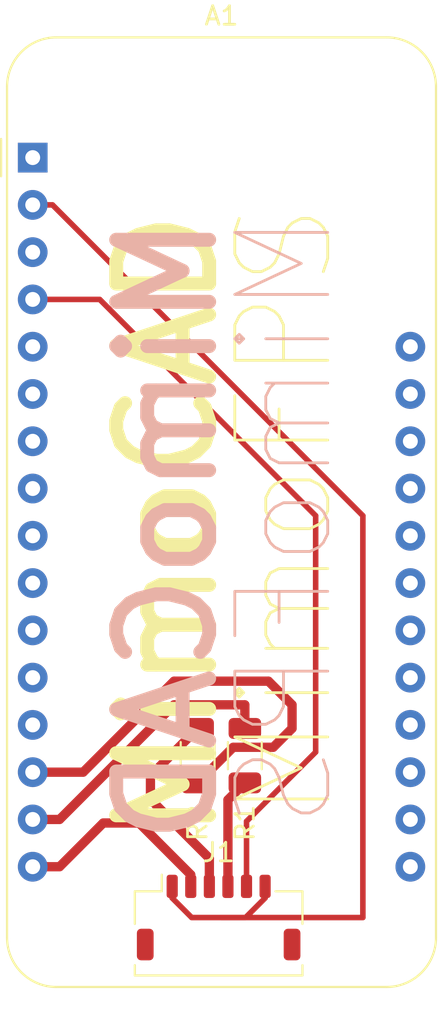
<source format=kicad_pcb>
(kicad_pcb (version 20221018) (generator pcbnew)
  (layers (0 "F.Cu" signal) (31 "B.Cu" signal) (34 "B.Paste" user) (35 "F.Paste" user) (36 "B.SilkS" user "B.Silkscreen") (37 "F.SilkS" user "F.Silkscreen") (38 "B.Mask" user) (39 "F.Mask" user) (44 "Edge.Cuts" user))
  (net 0 "")
  (net 2 "VCC")
  (net 4 "GND")
  (net 14 "Net-(A1-RX)")
  (net 15 "Net-(A1-TX)")
  (net 16 "Net-(A1-SPARE)")
  (net 29 "Net-(J1-TXD)")
  (net 30 "Net-(J1-RXD)")
  (footprint "Resistor_SMD:R_1206_3216Metric" (layer "F.Cu") (at 24.13 52.2625 -90)
    (fp_text reference "R2" (at 3.6175 0 90) (layer "F.SilkS"))
    (fp_text value "0R")
    (fp_line (start -0.727064 -0.91) (end 0.727064 -0.91) (stroke (width 0.12)) (layer "F.SilkS"))
    (fp_line (start -0.727064 0.91) (end 0.727064 0.91) (stroke (width 0.12)) (layer "F.SilkS"))
    (pad "1" smd roundrect (at -1.4625 0 270) (size 1.125 1.75) (layers "F.Cu" "F.Paste" "F.Mask") (roundrect_rratio 0.2222222222) (net 29 "Net-(J1-TXD)"))
    (pad "2" smd roundrect (at 1.4625 0 270) (size 1.125 1.75) (layers "F.Cu" "F.Paste" "F.Mask") (roundrect_rratio 0.2222222222) (net 14 "Net-(A1-RX)"))
  )
  (footprint "Resistor_SMD:R_1206_3216Metric" (layer "F.Cu") (at 26.67 52.2625 90)
    (fp_text reference "R1" (at -3.6175 0 90) (layer "F.SilkS"))
    (fp_text value "0R")
    (fp_line (start -0.727064 -0.91) (end 0.727064 -0.91) (stroke (width 0.12)) (layer "F.SilkS"))
    (fp_line (start -0.727064 0.91) (end 0.727064 0.91) (stroke (width 0.12)) (layer "F.SilkS"))
    (pad "1" smd roundrect (at -1.4625 0 90) (size 1.125 1.75) (layers "F.Cu" "F.Paste" "F.Mask") (roundrect_rratio 0.2222222222) (net 30 "Net-(J1-RXD)"))
    (pad "2" smd roundrect (at 1.4625 0 90) (size 1.125 1.75) (layers "F.Cu" "F.Paste" "F.Mask") (roundrect_rratio 0.2222222222) (net 15 "Net-(A1-TX)"))
  )
  (footprint "Connector_JST:JST_SHL_SM06B-SHLS-TF_1x06-1MP_P1.00mm_Horizontal" (layer "F.Cu") (at 25.26 60.96)
    (fp_text reference "J1" (at 0 -3.5) (layer "F.SilkS"))
    (fp_text value "MX1.0 6P")
    (fp_line (start -4.51 -1.41) (end -3.06 -1.41) (stroke (width 0.12)) (layer "F.SilkS"))
    (fp_line (start -4.51 0.34) (end -4.51 -1.41) (stroke (width 0.12)) (layer "F.SilkS"))
    (fp_line (start -4.51 2.56) (end -4.51 3.11) (stroke (width 0.12)) (layer "F.SilkS"))
    (fp_line (start -4.51 3.11) (end 4.51 3.11) (stroke (width 0.12)) (layer "F.SilkS"))
    (fp_line (start -3.06 -1.41) (end -3.06 -2.3) (stroke (width 0.12)) (layer "F.SilkS"))
    (fp_line (start 4.51 -1.41) (end 3.06 -1.41) (stroke (width 0.12)) (layer "F.SilkS"))
    (fp_line (start 4.51 0.34) (end 4.51 -1.41) (stroke (width 0.12)) (layer "F.SilkS"))
    (fp_line (start 4.51 3.11) (end 4.51 2.56) (stroke (width 0.12)) (layer "F.SilkS"))
    (pad "1" smd roundrect (at -2.5 -1.675) (size 0.6 1.25) (layers "F.Cu" "F.Paste" "F.Mask") (net 2 "VCC"))
    (pad "2" smd roundrect (at -1.5 -1.675) (size 0.6 1.25) (layers "F.Cu" "F.Paste" "F.Mask") (net 16 "Net-(A1-SPARE)"))
    (pad "3" smd roundrect (at -0.5 -1.675) (size 0.6 1.25) (layers "F.Cu" "F.Paste" "F.Mask") (net 29 "Net-(J1-TXD)"))
    (pad "4" smd roundrect (at 0.5 -1.675) (size 0.6 1.25) (layers "F.Cu" "F.Paste" "F.Mask") (net 30 "Net-(J1-RXD)"))
    (pad "5" smd roundrect (at 1.5 -1.675) (size 0.6 1.25) (layers "F.Cu" "F.Paste" "F.Mask") (net 4 "GND"))
    (pad "6" smd roundrect (at 2.5 -1.675) (size 0.6 1.25) (layers "F.Cu" "F.Paste" "F.Mask") (net 2 "VCC"))
    (pad "MP" smd roundrect (at -3.95 1.45) (size 0.9 1.7) (layers "F.Cu" "F.Paste" "F.Mask"))
    (pad "MP" smd roundrect (at 3.95 1.45) (size 0.9 1.7) (layers "F.Cu" "F.Paste" "F.Mask"))
  )
  (footprint "Module:Adafruit_Feather" (layer "F.Cu") (at 15.255 20.13)
    (fp_text reference "A1" (at 10.16 -7.62) (layer "F.SilkS"))
    (fp_text value "Adafruit_Feather_Generic")
    (fp_line (start -1.7 1) (end -1.7 -1) (stroke (width 0.12)) (layer "F.SilkS"))
    (fp_line (start -1.38 -3.81) (end -1.38 41.91) (stroke (width 0.12)) (layer "F.SilkS"))
    (fp_line (start 19.05 -6.46) (end 1.27 -6.46) (stroke (width 0.12)) (layer "F.SilkS"))
    (fp_line (start 19.05 44.56) (end 1.27 44.56) (stroke (width 0.12)) (layer "F.SilkS"))
    (fp_line (start 21.7 -3.81) (end 21.7 41.91) (stroke (width 0.12)) (layer "F.SilkS"))
    (fp_arc (start -1.38 -3.81) (mid -0.603833 -5.683833) (end 1.27 -6.46) (stroke (width 0.12)) (layer "F.SilkS"))
    (fp_arc (start 1.27 44.56) (mid -0.603833 43.783833) (end -1.38 41.91) (stroke (width 0.12)) (layer "F.SilkS"))
    (fp_arc (start 19.05 -6.46) (mid 20.923833 -5.683833) (end 21.7 -3.81) (stroke (width 0.12)) (layer "F.SilkS"))
    (fp_arc (start 21.7 41.91) (mid 20.923833 43.783833) (end 19.05 44.56) (stroke (width 0.12)) (layer "F.SilkS"))
    (pad "1" thru_hole rect (at 0 0 180) (size 1.6 1.6) (drill 0.8) (layers "*.Cu" "*.Mask"))
    (pad "2" thru_hole circle (at 0 2.54 180) (size 1.6 1.6) (drill 0.8) (layers "*.Cu" "*.Mask") (net 2 "VCC"))
    (pad "3" thru_hole circle (at 0 5.08 180) (size 1.6 1.6) (drill 0.8) (layers "*.Cu" "*.Mask"))
    (pad "4" thru_hole circle (at 0 7.62 180) (size 1.6 1.6) (drill 0.8) (layers "*.Cu" "*.Mask") (net 4 "GND"))
    (pad "5" thru_hole circle (at 0 10.16 180) (size 1.6 1.6) (drill 0.8) (layers "*.Cu" "*.Mask"))
    (pad "6" thru_hole circle (at 0 12.7 180) (size 1.6 1.6) (drill 0.8) (layers "*.Cu" "*.Mask"))
    (pad "7" thru_hole circle (at 0 15.24 180) (size 1.6 1.6) (drill 0.8) (layers "*.Cu" "*.Mask"))
    (pad "8" thru_hole circle (at 0 17.78 180) (size 1.6 1.6) (drill 0.8) (layers "*.Cu" "*.Mask"))
    (pad "9" thru_hole circle (at 0 20.32 180) (size 1.6 1.6) (drill 0.8) (layers "*.Cu" "*.Mask"))
    (pad "10" thru_hole circle (at 0 22.86 180) (size 1.6 1.6) (drill 0.8) (layers "*.Cu" "*.Mask"))
    (pad "11" thru_hole circle (at 0 25.4 180) (size 1.6 1.6) (drill 0.8) (layers "*.Cu" "*.Mask"))
    (pad "12" thru_hole circle (at 0 27.94 180) (size 1.6 1.6) (drill 0.8) (layers "*.Cu" "*.Mask"))
    (pad "13" thru_hole circle (at 0 30.48 180) (size 1.6 1.6) (drill 0.8) (layers "*.Cu" "*.Mask"))
    (pad "14" thru_hole circle (at 0 33.02 180) (size 1.6 1.6) (drill 0.8) (layers "*.Cu" "*.Mask") (net 14 "Net-(A1-RX)"))
    (pad "15" thru_hole circle (at 0 35.56 180) (size 1.6 1.6) (drill 0.8) (layers "*.Cu" "*.Mask") (net 15 "Net-(A1-TX)"))
    (pad "16" thru_hole circle (at 0 38.1 180) (size 1.6 1.6) (drill 0.8) (layers "*.Cu" "*.Mask") (net 16 "Net-(A1-SPARE)"))
    (pad "17" thru_hole circle (at 20.32 38.1 180) (size 1.6 1.6) (drill 0.8) (layers "*.Cu" "*.Mask"))
    (pad "18" thru_hole circle (at 20.32 35.56 180) (size 1.6 1.6) (drill 0.8) (layers "*.Cu" "*.Mask"))
    (pad "19" thru_hole circle (at 20.32 33.02 180) (size 1.6 1.6) (drill 0.8) (layers "*.Cu" "*.Mask"))
    (pad "20" thru_hole circle (at 20.32 30.48 180) (size 1.6 1.6) (drill 0.8) (layers "*.Cu" "*.Mask"))
    (pad "21" thru_hole circle (at 20.32 27.94 180) (size 1.6 1.6) (drill 0.8) (layers "*.Cu" "*.Mask"))
    (pad "22" thru_hole circle (at 20.32 25.4 180) (size 1.6 1.6) (drill 0.8) (layers "*.Cu" "*.Mask"))
    (pad "23" thru_hole circle (at 20.32 22.86 180) (size 1.6 1.6) (drill 0.8) (layers "*.Cu" "*.Mask"))
    (pad "24" thru_hole circle (at 20.32 20.32 180) (size 1.6 1.6) (drill 0.8) (layers "*.Cu" "*.Mask"))
    (pad "25" thru_hole circle (at 20.32 17.78 180) (size 1.6 1.6) (drill 0.8) (layers "*.Cu" "*.Mask"))
    (pad "26" thru_hole circle (at 20.32 15.24 180) (size 1.6 1.6) (drill 0.8) (layers "*.Cu" "*.Mask"))
    (pad "27" thru_hole circle (at 20.32 12.7 180) (size 1.6 1.6) (drill 0.8) (layers "*.Cu" "*.Mask"))
    (pad "28" thru_hole circle (at 20.32 10.16 180) (size 1.6 1.6) (drill 0.8) (layers "*.Cu" "*.Mask"))
  )
  (gr_text "MimoFPS" (at 31.75 22.86 90) (layer "B.SilkS") (effects (font (size 5 5)) (justify left bottom mirror)))
  (gr_text "MimoCAD" (at 25.4 22.86 90) (layer "B.SilkS") (effects (font (size 5 5) (thickness 0.75)) (justify left bottom mirror)))
  (gr_text "MimoFPS" (at 31.75 55.88 90) (layer "F.SilkS") (effects (font (size 5 5)) (justify left bottom)))
  (gr_text "MimoCAD" (at 25.4 57.15 90) (layer "F.SilkS") (effects (font (size 5 5) (thickness 0.75)) (justify left bottom)))
  (segment (start 25.4 60.96) (end 26.71 60.96) (width 0.3) (layer "F.Cu") (net 2))
  (segment (start 25.4 60.96) (end 33.02 60.96) (width 0.3) (layer "F.Cu") (net 2))
  (segment (start 26.71 60.96) (end 27.76 59.91) (width 0.3) (layer "F.Cu") (net 2))
  (segment (start 33.02 60.96) (end 33.02 39.37) (width 0.3) (layer "F.Cu") (net 2))
  (segment (start 23.81 60.96) (end 25.4 60.96) (width 0.3) (layer "F.Cu") (net 2))
  (segment (start 33.02 39.37) (end 16.32 22.67) (width 0.3) (layer "F.Cu") (net 2))
  (segment (start 27.76 59.91) (end 27.76 59.285) (width 0.3) (layer "F.Cu") (net 2))
  (segment (start 16.32 22.67) (end 15.255 22.67) (width 0.3) (layer "F.Cu") (net 2))
  (segment (start 22.76 59.285) (end 22.76 59.91) (width 0.3) (layer "F.Cu") (net 2))
  (segment (start 22.76 59.91) (end 23.81 60.96) (width 0.3) (layer "F.Cu") (net 2))
  (segment (start 30.48 39.37) (end 18.86 27.75) (width 0.3) (layer "F.Cu") (net 4))
  (segment (start 30.48 52.07) (end 30.48 39.37) (width 0.3) (layer "F.Cu") (net 4))
  (segment (start 26.76 55.79) (end 30.48 52.07) (width 0.3) (layer "F.Cu") (net 4))
  (segment (start 18.86 27.75) (end 15.255 27.75) (width 0.3) (layer "F.Cu") (net 4))
  (segment (start 26.76 59.285) (end 26.76 55.79) (width 0.3) (layer "F.Cu") (net 4))
  (segment (start 26.0425 51.8125) (end 28.1975 51.8125) (width 0.5) (layer "F.Cu") (net 14))
  (segment (start 29.21 49.53) (end 27.94 48.26) (width 0.5) (layer "F.Cu") (net 14))
  (segment (start 24.13 53.725) (end 26.0425 51.8125) (width 0.5) (layer "F.Cu") (net 14))
  (segment (start 28.1975 51.8125) (end 29.21 50.8) (width 0.5) (layer "F.Cu") (net 14))
  (segment (start 22.86 48.26) (end 17.97 53.15) (width 0.5) (layer "F.Cu") (net 14))
  (segment (start 29.21 50.8) (end 29.21 49.53) (width 0.5) (layer "F.Cu") (net 14))
  (segment (start 27.94 48.26) (end 22.86 48.26) (width 0.5) (layer "F.Cu") (net 14))
  (segment (start 17.97 53.15) (end 15.255 53.15) (width 0.5) (layer "F.Cu") (net 14))
  (segment (start 26.67 50.8) (end 26.67 49.53) (width 0.5) (layer "F.Cu") (net 15))
  (segment (start 22.86 49.53) (end 16.7 55.69) (width 0.5) (layer "F.Cu") (net 15))
  (segment (start 26.67 49.53) (end 22.86 49.53) (width 0.5) (layer "F.Cu") (net 15))
  (segment (start 16.7 55.69) (end 15.255 55.69) (width 0.5) (layer "F.Cu") (net 15))
  (segment (start 23.76 59.285) (end 23.76 58.66) (width 0.5) (layer "F.Cu") (net 16))
  (segment (start 23.76 58.66) (end 20.98 55.88) (width 0.5) (layer "F.Cu") (net 16))
  (segment (start 16.7 58.23) (end 15.255 58.23) (width 0.5) (layer "F.Cu") (net 16))
  (segment (start 20.98 55.88) (end 19.05 55.88) (width 0.5) (layer "F.Cu") (net 16))
  (segment (start 19.05 55.88) (end 16.7 58.23) (width 0.5) (layer "F.Cu") (net 16))
  (segment (start 24.76 57.78) (end 21.59 54.61) (width 0.5) (layer "F.Cu") (net 29))
  (segment (start 21.59 54.61) (end 21.59 53.34) (width 0.5) (layer "F.Cu") (net 29))
  (segment (start 21.59 53.34) (end 24.13 50.8) (width 0.5) (layer "F.Cu") (net 29))
  (segment (start 24.76 59.285) (end 24.76 57.78) (width 0.5) (layer "F.Cu") (net 29))
  (segment (start 25.76 54.635) (end 26.67 53.725) (width 0.5) (layer "F.Cu") (net 30))
  (segment (start 25.76 59.285) (end 25.76 54.635) (width 0.5) (layer "F.Cu") (net 30))
)
</source>
